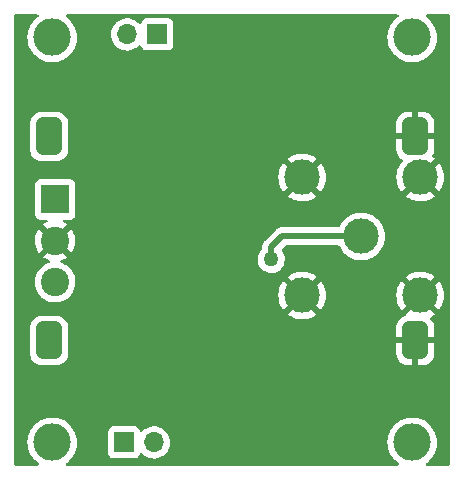
<source format=gbr>
%TF.GenerationSoftware,KiCad,Pcbnew,6.0.4-6f826c9f35~116~ubuntu18.04.1*%
%TF.CreationDate,2022-05-09T12:51:31-04:00*%
%TF.ProjectId,Instrumentation_ampl_with_batteries,496e7374-7275-46d6-956e-746174696f6e,rev?*%
%TF.SameCoordinates,Original*%
%TF.FileFunction,Copper,L2,Bot*%
%TF.FilePolarity,Positive*%
%FSLAX46Y46*%
G04 Gerber Fmt 4.6, Leading zero omitted, Abs format (unit mm)*
G04 Created by KiCad (PCBNEW 6.0.4-6f826c9f35~116~ubuntu18.04.1) date 2022-05-09 12:51:31*
%MOMM*%
%LPD*%
G01*
G04 APERTURE LIST*
G04 Aperture macros list*
%AMRoundRect*
0 Rectangle with rounded corners*
0 $1 Rounding radius*
0 $2 $3 $4 $5 $6 $7 $8 $9 X,Y pos of 4 corners*
0 Add a 4 corners polygon primitive as box body*
4,1,4,$2,$3,$4,$5,$6,$7,$8,$9,$2,$3,0*
0 Add four circle primitives for the rounded corners*
1,1,$1+$1,$2,$3*
1,1,$1+$1,$4,$5*
1,1,$1+$1,$6,$7*
1,1,$1+$1,$8,$9*
0 Add four rect primitives between the rounded corners*
20,1,$1+$1,$2,$3,$4,$5,0*
20,1,$1+$1,$4,$5,$6,$7,0*
20,1,$1+$1,$6,$7,$8,$9,0*
20,1,$1+$1,$8,$9,$2,$3,0*%
G04 Aperture macros list end*
%TA.AperFunction,ComponentPad*%
%ADD10R,2.400000X2.400000*%
%TD*%
%TA.AperFunction,ComponentPad*%
%ADD11C,2.400000*%
%TD*%
%TA.AperFunction,ComponentPad*%
%ADD12R,1.700000X1.700000*%
%TD*%
%TA.AperFunction,ComponentPad*%
%ADD13O,1.700000X1.700000*%
%TD*%
%TA.AperFunction,ComponentPad*%
%ADD14C,3.000000*%
%TD*%
%TA.AperFunction,ComponentPad*%
%ADD15RoundRect,0.550000X-0.550000X-1.050000X0.550000X-1.050000X0.550000X1.050000X-0.550000X1.050000X0*%
%TD*%
%TA.AperFunction,ComponentPad*%
%ADD16RoundRect,0.550000X0.550000X1.050000X-0.550000X1.050000X-0.550000X-1.050000X0.550000X-1.050000X0*%
%TD*%
%TA.AperFunction,ViaPad*%
%ADD17C,3.175000*%
%TD*%
%TA.AperFunction,ViaPad*%
%ADD18C,1.270000*%
%TD*%
%TA.AperFunction,Conductor*%
%ADD19C,0.508000*%
%TD*%
G04 APERTURE END LIST*
D10*
%TO.P,J3,1,Pin_1*%
%TO.N,Net-(C1-Pad1)*%
X67564000Y-107696000D03*
D11*
%TO.P,J3,2,Pin_2*%
%TO.N,GND*%
X67564000Y-111196000D03*
%TO.P,J3,3,Pin_3*%
%TO.N,Net-(J3-Pad3)*%
X67564000Y-114696000D03*
%TD*%
D12*
%TO.P,J1,1,Pin_1*%
%TO.N,+12V*%
X76200000Y-93726000D03*
D13*
%TO.P,J1,2,Pin_2*%
%TO.N,Net-(BT1-Pad1)*%
X73660000Y-93726000D03*
%TD*%
D14*
%TO.P,J4,1,In*%
%TO.N,Net-(J4-Pad1)*%
X93472000Y-110820000D03*
%TO.P,J4,2,Ext*%
%TO.N,GND*%
X98472000Y-115820000D03*
X98472000Y-105820000D03*
X88472000Y-115820000D03*
X88472000Y-105820000D03*
%TD*%
D12*
%TO.P,J2,1,Pin_1*%
%TO.N,Net-(BT2-Pad2)*%
X73401000Y-128270000D03*
D13*
%TO.P,J2,2,Pin_2*%
%TO.N,-12V*%
X75941000Y-128270000D03*
%TD*%
D15*
%TO.P,BT1,1,+*%
%TO.N,Net-(BT1-Pad1)*%
X67044000Y-102362000D03*
%TO.P,BT1,2,-*%
%TO.N,GND*%
X98044000Y-102362000D03*
%TD*%
D16*
%TO.P,BT2,2,-*%
%TO.N,Net-(BT2-Pad2)*%
X67044000Y-119634000D03*
%TO.P,BT2,1,+*%
%TO.N,GND*%
X98044000Y-119634000D03*
%TD*%
D17*
%TO.N,*%
X97790000Y-128270000D03*
X67310000Y-128270000D03*
X67310000Y-93980000D03*
X97790000Y-93980000D03*
D18*
%TO.N,GND*%
X76708000Y-105156000D03*
X65024000Y-111252000D03*
X82042000Y-104394000D03*
X81788000Y-111506000D03*
X77724000Y-116713000D03*
%TO.N,Net-(J4-Pad1)*%
X85852000Y-112776000D03*
%TD*%
D19*
%TO.N,Net-(J4-Pad1)*%
X93472000Y-110820000D02*
X86792000Y-110820000D01*
X86792000Y-110820000D02*
X85852000Y-111760000D01*
X85852000Y-111760000D02*
X85852000Y-112776000D01*
%TD*%
%TA.AperFunction,Conductor*%
%TO.N,GND*%
G36*
X66110423Y-92043502D02*
G01*
X66156916Y-92097158D01*
X66167020Y-92167432D01*
X66137526Y-92232012D01*
X66114356Y-92252834D01*
X66110989Y-92254849D01*
X65887953Y-92433535D01*
X65885009Y-92436637D01*
X65885005Y-92436641D01*
X65709002Y-92622109D01*
X65691230Y-92640837D01*
X65524462Y-92872920D01*
X65390734Y-93125488D01*
X65292521Y-93393868D01*
X65231640Y-93673094D01*
X65209217Y-93958000D01*
X65225668Y-94243312D01*
X65226493Y-94247517D01*
X65226494Y-94247525D01*
X65237648Y-94304377D01*
X65280688Y-94523752D01*
X65282075Y-94527802D01*
X65282076Y-94527807D01*
X65371871Y-94790075D01*
X65373260Y-94794131D01*
X65398966Y-94845242D01*
X65494939Y-95036062D01*
X65501669Y-95049444D01*
X65663540Y-95284968D01*
X65855878Y-95496345D01*
X65859166Y-95499094D01*
X66071831Y-95676910D01*
X66071836Y-95676914D01*
X66075123Y-95679662D01*
X66196171Y-95755596D01*
X66313579Y-95829246D01*
X66313583Y-95829248D01*
X66317219Y-95831529D01*
X66577686Y-95949134D01*
X66581805Y-95950354D01*
X66847590Y-96029084D01*
X66847595Y-96029085D01*
X66851703Y-96030302D01*
X66855937Y-96030950D01*
X66855942Y-96030951D01*
X67129959Y-96072881D01*
X67129961Y-96072881D01*
X67134201Y-96073530D01*
X67279688Y-96075816D01*
X67415662Y-96077952D01*
X67415668Y-96077952D01*
X67419953Y-96078019D01*
X67703669Y-96043685D01*
X67980101Y-95971165D01*
X67984061Y-95969525D01*
X67984066Y-95969523D01*
X68126048Y-95910712D01*
X68244133Y-95861799D01*
X68490880Y-95717612D01*
X68715775Y-95541271D01*
X68914658Y-95336041D01*
X69083847Y-95105717D01*
X69220212Y-94854563D01*
X69308576Y-94620717D01*
X69319713Y-94591244D01*
X69319714Y-94591240D01*
X69321231Y-94587226D01*
X69385032Y-94308653D01*
X69410437Y-94023998D01*
X69410898Y-93980000D01*
X69406860Y-93920767D01*
X69391752Y-93699152D01*
X69391751Y-93699146D01*
X69391460Y-93694875D01*
X69391009Y-93692695D01*
X72297251Y-93692695D01*
X72310110Y-93915715D01*
X72311247Y-93920761D01*
X72311248Y-93920767D01*
X72324597Y-93980000D01*
X72359222Y-94133639D01*
X72443266Y-94340616D01*
X72445965Y-94345020D01*
X72555492Y-94523752D01*
X72559987Y-94531088D01*
X72706250Y-94699938D01*
X72878126Y-94842632D01*
X73071000Y-94955338D01*
X73279692Y-95035030D01*
X73284760Y-95036061D01*
X73284763Y-95036062D01*
X73392017Y-95057883D01*
X73498597Y-95079567D01*
X73503772Y-95079757D01*
X73503774Y-95079757D01*
X73716673Y-95087564D01*
X73716677Y-95087564D01*
X73721837Y-95087753D01*
X73726957Y-95087097D01*
X73726959Y-95087097D01*
X73938288Y-95060025D01*
X73938289Y-95060025D01*
X73943416Y-95059368D01*
X73948366Y-95057883D01*
X74152429Y-94996661D01*
X74152434Y-94996659D01*
X74157384Y-94995174D01*
X74357994Y-94896896D01*
X74539860Y-94767173D01*
X74648091Y-94659319D01*
X74710462Y-94625404D01*
X74781268Y-94630592D01*
X74838030Y-94673238D01*
X74855012Y-94704341D01*
X74899385Y-94822705D01*
X74986739Y-94939261D01*
X75103295Y-95026615D01*
X75239684Y-95077745D01*
X75301866Y-95084500D01*
X77098134Y-95084500D01*
X77160316Y-95077745D01*
X77296705Y-95026615D01*
X77413261Y-94939261D01*
X77500615Y-94822705D01*
X77551745Y-94686316D01*
X77558500Y-94624134D01*
X77558500Y-92827866D01*
X77551745Y-92765684D01*
X77500615Y-92629295D01*
X77413261Y-92512739D01*
X77296705Y-92425385D01*
X77160316Y-92374255D01*
X77098134Y-92367500D01*
X75301866Y-92367500D01*
X75239684Y-92374255D01*
X75103295Y-92425385D01*
X74986739Y-92512739D01*
X74899385Y-92629295D01*
X74893537Y-92644894D01*
X74854919Y-92747907D01*
X74812277Y-92804671D01*
X74745716Y-92829371D01*
X74676367Y-92814163D01*
X74643743Y-92788476D01*
X74593151Y-92732875D01*
X74593142Y-92732866D01*
X74589670Y-92729051D01*
X74585619Y-92725852D01*
X74585615Y-92725848D01*
X74418414Y-92593800D01*
X74418410Y-92593798D01*
X74414359Y-92590598D01*
X74218789Y-92482638D01*
X74213920Y-92480914D01*
X74213916Y-92480912D01*
X74013087Y-92409795D01*
X74013083Y-92409794D01*
X74008212Y-92408069D01*
X74003119Y-92407162D01*
X74003116Y-92407161D01*
X73793373Y-92369800D01*
X73793367Y-92369799D01*
X73788284Y-92368894D01*
X73714452Y-92367992D01*
X73570081Y-92366228D01*
X73570079Y-92366228D01*
X73564911Y-92366165D01*
X73344091Y-92399955D01*
X73131756Y-92469357D01*
X72933607Y-92572507D01*
X72929474Y-92575610D01*
X72929471Y-92575612D01*
X72759100Y-92703530D01*
X72754965Y-92706635D01*
X72715525Y-92747907D01*
X72661280Y-92804671D01*
X72600629Y-92868138D01*
X72474743Y-93052680D01*
X72380688Y-93255305D01*
X72320989Y-93470570D01*
X72297251Y-93692695D01*
X69391009Y-93692695D01*
X69386083Y-93668908D01*
X69334375Y-93419224D01*
X69333506Y-93415027D01*
X69238109Y-93145633D01*
X69107033Y-92891678D01*
X69087863Y-92864401D01*
X68945171Y-92661372D01*
X68945170Y-92661371D01*
X68942704Y-92657862D01*
X68748164Y-92448511D01*
X68719910Y-92425385D01*
X68530329Y-92270216D01*
X68527011Y-92267500D01*
X68523351Y-92265257D01*
X68509768Y-92256933D01*
X68462136Y-92204286D01*
X68450529Y-92134244D01*
X68478632Y-92069047D01*
X68537522Y-92029392D01*
X68575602Y-92023500D01*
X96522302Y-92023500D01*
X96590423Y-92043502D01*
X96636916Y-92097158D01*
X96647020Y-92167432D01*
X96617526Y-92232012D01*
X96594356Y-92252834D01*
X96590989Y-92254849D01*
X96367953Y-92433535D01*
X96365009Y-92436637D01*
X96365005Y-92436641D01*
X96189002Y-92622109D01*
X96171230Y-92640837D01*
X96004462Y-92872920D01*
X95870734Y-93125488D01*
X95772521Y-93393868D01*
X95711640Y-93673094D01*
X95689217Y-93958000D01*
X95705668Y-94243312D01*
X95706493Y-94247517D01*
X95706494Y-94247525D01*
X95717648Y-94304377D01*
X95760688Y-94523752D01*
X95762075Y-94527802D01*
X95762076Y-94527807D01*
X95851871Y-94790075D01*
X95853260Y-94794131D01*
X95878966Y-94845242D01*
X95974939Y-95036062D01*
X95981669Y-95049444D01*
X96143540Y-95284968D01*
X96335878Y-95496345D01*
X96339166Y-95499094D01*
X96551831Y-95676910D01*
X96551836Y-95676914D01*
X96555123Y-95679662D01*
X96676171Y-95755596D01*
X96793579Y-95829246D01*
X96793583Y-95829248D01*
X96797219Y-95831529D01*
X97057686Y-95949134D01*
X97061805Y-95950354D01*
X97327590Y-96029084D01*
X97327595Y-96029085D01*
X97331703Y-96030302D01*
X97335937Y-96030950D01*
X97335942Y-96030951D01*
X97609959Y-96072881D01*
X97609961Y-96072881D01*
X97614201Y-96073530D01*
X97759688Y-96075816D01*
X97895662Y-96077952D01*
X97895668Y-96077952D01*
X97899953Y-96078019D01*
X98183669Y-96043685D01*
X98460101Y-95971165D01*
X98464061Y-95969525D01*
X98464066Y-95969523D01*
X98606048Y-95910712D01*
X98724133Y-95861799D01*
X98970880Y-95717612D01*
X99195775Y-95541271D01*
X99394658Y-95336041D01*
X99563847Y-95105717D01*
X99700212Y-94854563D01*
X99788576Y-94620717D01*
X99799713Y-94591244D01*
X99799714Y-94591240D01*
X99801231Y-94587226D01*
X99865032Y-94308653D01*
X99890437Y-94023998D01*
X99890898Y-93980000D01*
X99886860Y-93920767D01*
X99871752Y-93699152D01*
X99871751Y-93699146D01*
X99871460Y-93694875D01*
X99866083Y-93668908D01*
X99814375Y-93419224D01*
X99813506Y-93415027D01*
X99718109Y-93145633D01*
X99587033Y-92891678D01*
X99567863Y-92864401D01*
X99425171Y-92661372D01*
X99425170Y-92661371D01*
X99422704Y-92657862D01*
X99228164Y-92448511D01*
X99199910Y-92425385D01*
X99010329Y-92270216D01*
X99007011Y-92267500D01*
X99003351Y-92265257D01*
X98989768Y-92256933D01*
X98942136Y-92204286D01*
X98930529Y-92134244D01*
X98958632Y-92069047D01*
X99017522Y-92029392D01*
X99055602Y-92023500D01*
X100890500Y-92023500D01*
X100958621Y-92043502D01*
X101005114Y-92097158D01*
X101016500Y-92149500D01*
X101016500Y-130100500D01*
X100996498Y-130168621D01*
X100942842Y-130215114D01*
X100890500Y-130226500D01*
X99056618Y-130226500D01*
X98988497Y-130206498D01*
X98942004Y-130152842D01*
X98931900Y-130082568D01*
X98961394Y-130017988D01*
X98978871Y-130001346D01*
X99016373Y-129971941D01*
X99195775Y-129831271D01*
X99394658Y-129626041D01*
X99563847Y-129395717D01*
X99695366Y-129153489D01*
X99698162Y-129148339D01*
X99698163Y-129148337D01*
X99700212Y-129144563D01*
X99750722Y-129010894D01*
X99799713Y-128881244D01*
X99799714Y-128881240D01*
X99801231Y-128877226D01*
X99865032Y-128598653D01*
X99890437Y-128313998D01*
X99890898Y-128270000D01*
X99871460Y-127984875D01*
X99866083Y-127958908D01*
X99814375Y-127709224D01*
X99813506Y-127705027D01*
X99718109Y-127435633D01*
X99587033Y-127181678D01*
X99581142Y-127173295D01*
X99425171Y-126951372D01*
X99425170Y-126951371D01*
X99422704Y-126947862D01*
X99228164Y-126738511D01*
X99007011Y-126557500D01*
X98763338Y-126408177D01*
X98740351Y-126398086D01*
X98505590Y-126295033D01*
X98501654Y-126293305D01*
X98226801Y-126215012D01*
X97943866Y-126174744D01*
X97793949Y-126173959D01*
X97662371Y-126173270D01*
X97662365Y-126173270D01*
X97658084Y-126173248D01*
X97653840Y-126173807D01*
X97653836Y-126173807D01*
X97529652Y-126190156D01*
X97374742Y-126210550D01*
X97370602Y-126211683D01*
X97370600Y-126211683D01*
X97354140Y-126216186D01*
X97099085Y-126285962D01*
X96836212Y-126398086D01*
X96832531Y-126400289D01*
X96594671Y-126542645D01*
X96594667Y-126542648D01*
X96590989Y-126544849D01*
X96587646Y-126547527D01*
X96587642Y-126547530D01*
X96478786Y-126634741D01*
X96367953Y-126723535D01*
X96365009Y-126726637D01*
X96365005Y-126726641D01*
X96183979Y-126917402D01*
X96171230Y-126930837D01*
X96004462Y-127162920D01*
X95870734Y-127415488D01*
X95772521Y-127683868D01*
X95711640Y-127963094D01*
X95689217Y-128248000D01*
X95705668Y-128533312D01*
X95706493Y-128537517D01*
X95706494Y-128537525D01*
X95710525Y-128558069D01*
X95760688Y-128813752D01*
X95762075Y-128817802D01*
X95762076Y-128817807D01*
X95814895Y-128972077D01*
X95853260Y-129084131D01*
X95895509Y-129168134D01*
X95936373Y-129249382D01*
X95981669Y-129339444D01*
X96051395Y-129440896D01*
X96136847Y-129565229D01*
X96143540Y-129574968D01*
X96335878Y-129786345D01*
X96339166Y-129789094D01*
X96551831Y-129966910D01*
X96551836Y-129966914D01*
X96555123Y-129969662D01*
X96593545Y-129993764D01*
X96640621Y-130046906D01*
X96651493Y-130117066D01*
X96622709Y-130181965D01*
X96563406Y-130221000D01*
X96526587Y-130226500D01*
X68576618Y-130226500D01*
X68508497Y-130206498D01*
X68462004Y-130152842D01*
X68451900Y-130082568D01*
X68481394Y-130017988D01*
X68498871Y-130001346D01*
X68536373Y-129971941D01*
X68715775Y-129831271D01*
X68914658Y-129626041D01*
X69083847Y-129395717D01*
X69207414Y-129168134D01*
X72042500Y-129168134D01*
X72049255Y-129230316D01*
X72100385Y-129366705D01*
X72187739Y-129483261D01*
X72304295Y-129570615D01*
X72440684Y-129621745D01*
X72502866Y-129628500D01*
X74299134Y-129628500D01*
X74361316Y-129621745D01*
X74497705Y-129570615D01*
X74614261Y-129483261D01*
X74701615Y-129366705D01*
X74706346Y-129354086D01*
X74745598Y-129249382D01*
X74788240Y-129192618D01*
X74854802Y-129167918D01*
X74924150Y-129183126D01*
X74958817Y-129211114D01*
X74987250Y-129243938D01*
X75159126Y-129386632D01*
X75352000Y-129499338D01*
X75560692Y-129579030D01*
X75565760Y-129580061D01*
X75565763Y-129580062D01*
X75673017Y-129601883D01*
X75779597Y-129623567D01*
X75784772Y-129623757D01*
X75784774Y-129623757D01*
X75997673Y-129631564D01*
X75997677Y-129631564D01*
X76002837Y-129631753D01*
X76007957Y-129631097D01*
X76007959Y-129631097D01*
X76219288Y-129604025D01*
X76219289Y-129604025D01*
X76224416Y-129603368D01*
X76229366Y-129601883D01*
X76433429Y-129540661D01*
X76433434Y-129540659D01*
X76438384Y-129539174D01*
X76638994Y-129440896D01*
X76820860Y-129311173D01*
X76979096Y-129153489D01*
X77028935Y-129084131D01*
X77106435Y-128976277D01*
X77109453Y-128972077D01*
X77208430Y-128771811D01*
X77273370Y-128558069D01*
X77302529Y-128336590D01*
X77303081Y-128313998D01*
X77304074Y-128273365D01*
X77304074Y-128273361D01*
X77304156Y-128270000D01*
X77285852Y-128047361D01*
X77231431Y-127830702D01*
X77142354Y-127625840D01*
X77021014Y-127438277D01*
X76870670Y-127273051D01*
X76866619Y-127269852D01*
X76866615Y-127269848D01*
X76699414Y-127137800D01*
X76699410Y-127137798D01*
X76695359Y-127134598D01*
X76499789Y-127026638D01*
X76494920Y-127024914D01*
X76494916Y-127024912D01*
X76294087Y-126953795D01*
X76294083Y-126953794D01*
X76289212Y-126952069D01*
X76284119Y-126951162D01*
X76284116Y-126951161D01*
X76074373Y-126913800D01*
X76074367Y-126913799D01*
X76069284Y-126912894D01*
X75995452Y-126911992D01*
X75851081Y-126910228D01*
X75851079Y-126910228D01*
X75845911Y-126910165D01*
X75625091Y-126943955D01*
X75412756Y-127013357D01*
X75214607Y-127116507D01*
X75210474Y-127119610D01*
X75210471Y-127119612D01*
X75040100Y-127247530D01*
X75035965Y-127250635D01*
X74979537Y-127309684D01*
X74955283Y-127335064D01*
X74893759Y-127370494D01*
X74822846Y-127367037D01*
X74765060Y-127325791D01*
X74746207Y-127292243D01*
X74704767Y-127181703D01*
X74701615Y-127173295D01*
X74614261Y-127056739D01*
X74497705Y-126969385D01*
X74361316Y-126918255D01*
X74299134Y-126911500D01*
X72502866Y-126911500D01*
X72440684Y-126918255D01*
X72304295Y-126969385D01*
X72187739Y-127056739D01*
X72100385Y-127173295D01*
X72049255Y-127309684D01*
X72042500Y-127371866D01*
X72042500Y-129168134D01*
X69207414Y-129168134D01*
X69215366Y-129153489D01*
X69218162Y-129148339D01*
X69218163Y-129148337D01*
X69220212Y-129144563D01*
X69270722Y-129010894D01*
X69319713Y-128881244D01*
X69319714Y-128881240D01*
X69321231Y-128877226D01*
X69385032Y-128598653D01*
X69410437Y-128313998D01*
X69410898Y-128270000D01*
X69391460Y-127984875D01*
X69386083Y-127958908D01*
X69334375Y-127709224D01*
X69333506Y-127705027D01*
X69238109Y-127435633D01*
X69107033Y-127181678D01*
X69101142Y-127173295D01*
X68945171Y-126951372D01*
X68945170Y-126951371D01*
X68942704Y-126947862D01*
X68748164Y-126738511D01*
X68527011Y-126557500D01*
X68283338Y-126408177D01*
X68260351Y-126398086D01*
X68025590Y-126295033D01*
X68021654Y-126293305D01*
X67746801Y-126215012D01*
X67463866Y-126174744D01*
X67313949Y-126173959D01*
X67182371Y-126173270D01*
X67182365Y-126173270D01*
X67178084Y-126173248D01*
X67173840Y-126173807D01*
X67173836Y-126173807D01*
X67049652Y-126190156D01*
X66894742Y-126210550D01*
X66890602Y-126211683D01*
X66890600Y-126211683D01*
X66874140Y-126216186D01*
X66619085Y-126285962D01*
X66356212Y-126398086D01*
X66352531Y-126400289D01*
X66114671Y-126542645D01*
X66114667Y-126542648D01*
X66110989Y-126544849D01*
X66107646Y-126547527D01*
X66107642Y-126547530D01*
X65998786Y-126634741D01*
X65887953Y-126723535D01*
X65885009Y-126726637D01*
X65885005Y-126726641D01*
X65703979Y-126917402D01*
X65691230Y-126930837D01*
X65524462Y-127162920D01*
X65390734Y-127415488D01*
X65292521Y-127683868D01*
X65231640Y-127963094D01*
X65209217Y-128248000D01*
X65225668Y-128533312D01*
X65226493Y-128537517D01*
X65226494Y-128537525D01*
X65230525Y-128558069D01*
X65280688Y-128813752D01*
X65282075Y-128817802D01*
X65282076Y-128817807D01*
X65334895Y-128972077D01*
X65373260Y-129084131D01*
X65415509Y-129168134D01*
X65456373Y-129249382D01*
X65501669Y-129339444D01*
X65571395Y-129440896D01*
X65656847Y-129565229D01*
X65663540Y-129574968D01*
X65855878Y-129786345D01*
X65859166Y-129789094D01*
X66071831Y-129966910D01*
X66071836Y-129966914D01*
X66075123Y-129969662D01*
X66113545Y-129993764D01*
X66160621Y-130046906D01*
X66171493Y-130117066D01*
X66142709Y-130181965D01*
X66083406Y-130221000D01*
X66046587Y-130226500D01*
X64209500Y-130226500D01*
X64141379Y-130206498D01*
X64094886Y-130152842D01*
X64083500Y-130100500D01*
X64083500Y-120785110D01*
X65435500Y-120785110D01*
X65435580Y-120786681D01*
X65435580Y-120786698D01*
X65435586Y-120786816D01*
X65435823Y-120791486D01*
X65476853Y-120994973D01*
X65556626Y-121186615D01*
X65672104Y-121359113D01*
X65818887Y-121505896D01*
X65991385Y-121621374D01*
X66183027Y-121701147D01*
X66189071Y-121702366D01*
X66189072Y-121702366D01*
X66381926Y-121741252D01*
X66386514Y-121742177D01*
X66391178Y-121742413D01*
X66391184Y-121742414D01*
X66391302Y-121742420D01*
X66391319Y-121742420D01*
X66392890Y-121742500D01*
X67695110Y-121742500D01*
X67696681Y-121742420D01*
X67696698Y-121742420D01*
X67696816Y-121742414D01*
X67696822Y-121742413D01*
X67701486Y-121742177D01*
X67706074Y-121741252D01*
X67898928Y-121702366D01*
X67898929Y-121702366D01*
X67904973Y-121701147D01*
X68096615Y-121621374D01*
X68269113Y-121505896D01*
X68415896Y-121359113D01*
X68531374Y-121186615D01*
X68611147Y-120994973D01*
X68652177Y-120791486D01*
X68652414Y-120786816D01*
X68652420Y-120786698D01*
X68652420Y-120786681D01*
X68652500Y-120785110D01*
X68652500Y-120783460D01*
X96436000Y-120783460D01*
X96436081Y-120786648D01*
X96436086Y-120786766D01*
X96437248Y-120796021D01*
X96476116Y-120988787D01*
X96479702Y-121000514D01*
X96554701Y-121180687D01*
X96560499Y-121191501D01*
X96669061Y-121353669D01*
X96676854Y-121363156D01*
X96814844Y-121501146D01*
X96824331Y-121508939D01*
X96986499Y-121617501D01*
X96997313Y-121623299D01*
X97177486Y-121698298D01*
X97189213Y-121701884D01*
X97381979Y-121740752D01*
X97391234Y-121741914D01*
X97391352Y-121741919D01*
X97394540Y-121742000D01*
X97771885Y-121742000D01*
X97787124Y-121737525D01*
X97788329Y-121736135D01*
X97790000Y-121728452D01*
X97790000Y-121723885D01*
X98298000Y-121723885D01*
X98302475Y-121739124D01*
X98303865Y-121740329D01*
X98311548Y-121742000D01*
X98693460Y-121742000D01*
X98696648Y-121741919D01*
X98696766Y-121741914D01*
X98706021Y-121740752D01*
X98898787Y-121701884D01*
X98910514Y-121698298D01*
X99090687Y-121623299D01*
X99101501Y-121617501D01*
X99263669Y-121508939D01*
X99273156Y-121501146D01*
X99411146Y-121363156D01*
X99418939Y-121353669D01*
X99527501Y-121191501D01*
X99533299Y-121180687D01*
X99608298Y-121000514D01*
X99611884Y-120988787D01*
X99650752Y-120796021D01*
X99651914Y-120786766D01*
X99651919Y-120786648D01*
X99652000Y-120783460D01*
X99652000Y-119906115D01*
X99647525Y-119890876D01*
X99646135Y-119889671D01*
X99638452Y-119888000D01*
X98316115Y-119888000D01*
X98300876Y-119892475D01*
X98299671Y-119893865D01*
X98298000Y-119901548D01*
X98298000Y-121723885D01*
X97790000Y-121723885D01*
X97790000Y-119906115D01*
X97785525Y-119890876D01*
X97784135Y-119889671D01*
X97776452Y-119888000D01*
X96454115Y-119888000D01*
X96438876Y-119892475D01*
X96437671Y-119893865D01*
X96436000Y-119901548D01*
X96436000Y-120783460D01*
X68652500Y-120783460D01*
X68652500Y-119361885D01*
X96436000Y-119361885D01*
X96440475Y-119377124D01*
X96441865Y-119378329D01*
X96449548Y-119380000D01*
X99633885Y-119380000D01*
X99649124Y-119375525D01*
X99650329Y-119374135D01*
X99652000Y-119366452D01*
X99652000Y-118484540D01*
X99651919Y-118481352D01*
X99651914Y-118481234D01*
X99650752Y-118471979D01*
X99611884Y-118279213D01*
X99608298Y-118267486D01*
X99533299Y-118087313D01*
X99527501Y-118076499D01*
X99418939Y-117914331D01*
X99411146Y-117904844D01*
X99331758Y-117825456D01*
X99297732Y-117763144D01*
X99302797Y-117692329D01*
X99345344Y-117635493D01*
X99364832Y-117623500D01*
X99370613Y-117620631D01*
X99599598Y-117486822D01*
X99606679Y-117482009D01*
X99686655Y-117419301D01*
X99695125Y-117407442D01*
X99688608Y-117395818D01*
X98484812Y-116192022D01*
X98470868Y-116184408D01*
X98469035Y-116184539D01*
X98462420Y-116188790D01*
X97254910Y-117396300D01*
X97247296Y-117410244D01*
X97249721Y-117444155D01*
X97249422Y-117444176D01*
X97251187Y-117449327D01*
X97234239Y-117518271D01*
X97182707Y-117567107D01*
X97173734Y-117571263D01*
X96997313Y-117644701D01*
X96986499Y-117650499D01*
X96824331Y-117759061D01*
X96814844Y-117766854D01*
X96676854Y-117904844D01*
X96669061Y-117914331D01*
X96560499Y-118076499D01*
X96554701Y-118087313D01*
X96479702Y-118267486D01*
X96476116Y-118279213D01*
X96437248Y-118471979D01*
X96436086Y-118481234D01*
X96436081Y-118481352D01*
X96436000Y-118484540D01*
X96436000Y-119361885D01*
X68652500Y-119361885D01*
X68652500Y-118482890D01*
X68652417Y-118481234D01*
X68652414Y-118481184D01*
X68652413Y-118481178D01*
X68652177Y-118476514D01*
X68611147Y-118273027D01*
X68531374Y-118081385D01*
X68415896Y-117908887D01*
X68269113Y-117762104D01*
X68096615Y-117646626D01*
X67904973Y-117566853D01*
X67898929Y-117565634D01*
X67898928Y-117565634D01*
X67706074Y-117526748D01*
X67706073Y-117526748D01*
X67701486Y-117525823D01*
X67696822Y-117525587D01*
X67696816Y-117525586D01*
X67696698Y-117525580D01*
X67696681Y-117525580D01*
X67695110Y-117525500D01*
X66392890Y-117525500D01*
X66391319Y-117525580D01*
X66391302Y-117525580D01*
X66391184Y-117525586D01*
X66391178Y-117525587D01*
X66386514Y-117525823D01*
X66381927Y-117526748D01*
X66381926Y-117526748D01*
X66189072Y-117565634D01*
X66189071Y-117565634D01*
X66183027Y-117566853D01*
X65991385Y-117646626D01*
X65818887Y-117762104D01*
X65672104Y-117908887D01*
X65556626Y-118081385D01*
X65476853Y-118273027D01*
X65435823Y-118476514D01*
X65435587Y-118481178D01*
X65435586Y-118481184D01*
X65435584Y-118481234D01*
X65435500Y-118482890D01*
X65435500Y-120785110D01*
X64083500Y-120785110D01*
X64083500Y-117409654D01*
X87247618Y-117409654D01*
X87254673Y-117419627D01*
X87285679Y-117445551D01*
X87292598Y-117450579D01*
X87517272Y-117591515D01*
X87524807Y-117595556D01*
X87766520Y-117704694D01*
X87774551Y-117707680D01*
X88028832Y-117783002D01*
X88037184Y-117784869D01*
X88299340Y-117824984D01*
X88307874Y-117825700D01*
X88573045Y-117829867D01*
X88581596Y-117829418D01*
X88844883Y-117797557D01*
X88853284Y-117795955D01*
X89109824Y-117728653D01*
X89117926Y-117725926D01*
X89362949Y-117624434D01*
X89370617Y-117620628D01*
X89599598Y-117486822D01*
X89606679Y-117482009D01*
X89686655Y-117419301D01*
X89695125Y-117407442D01*
X89688608Y-117395818D01*
X88484812Y-116192022D01*
X88470868Y-116184408D01*
X88469035Y-116184539D01*
X88462420Y-116188790D01*
X87254910Y-117396300D01*
X87247618Y-117409654D01*
X64083500Y-117409654D01*
X64083500Y-114651151D01*
X65851296Y-114651151D01*
X65863480Y-114904798D01*
X65913021Y-115153857D01*
X65914600Y-115158255D01*
X65914602Y-115158262D01*
X65959022Y-115281980D01*
X65998831Y-115392858D01*
X66001048Y-115396984D01*
X66030185Y-115451210D01*
X66119025Y-115616551D01*
X66121820Y-115620294D01*
X66121822Y-115620297D01*
X66268171Y-115816282D01*
X66268176Y-115816288D01*
X66270963Y-115820020D01*
X66274272Y-115823300D01*
X66274277Y-115823306D01*
X66372859Y-115921031D01*
X66451307Y-115998797D01*
X66455069Y-116001555D01*
X66455072Y-116001558D01*
X66560764Y-116079054D01*
X66656094Y-116148953D01*
X66660229Y-116151129D01*
X66660233Y-116151131D01*
X66778289Y-116213243D01*
X66880827Y-116267191D01*
X67120568Y-116350912D01*
X67370050Y-116398278D01*
X67490532Y-116403011D01*
X67619125Y-116408064D01*
X67619130Y-116408064D01*
X67623793Y-116408247D01*
X67722774Y-116397407D01*
X67871569Y-116381112D01*
X67871575Y-116381111D01*
X67876222Y-116380602D01*
X67985680Y-116351784D01*
X68117273Y-116317138D01*
X68121793Y-116315948D01*
X68240353Y-116265011D01*
X68350807Y-116217557D01*
X68350810Y-116217555D01*
X68355110Y-116215708D01*
X68359090Y-116213245D01*
X68359094Y-116213243D01*
X68567064Y-116084547D01*
X68567066Y-116084545D01*
X68571047Y-116082082D01*
X68669428Y-115998797D01*
X68761289Y-115921031D01*
X68761291Y-115921029D01*
X68764862Y-115918006D01*
X68865540Y-115803204D01*
X86459665Y-115803204D01*
X86474932Y-116067969D01*
X86476005Y-116076470D01*
X86527065Y-116336722D01*
X86529276Y-116344974D01*
X86615184Y-116595894D01*
X86618499Y-116603779D01*
X86737664Y-116840713D01*
X86742020Y-116848079D01*
X86871347Y-117036250D01*
X86881601Y-117044594D01*
X86895342Y-117037448D01*
X88099978Y-115832812D01*
X88106356Y-115821132D01*
X88836408Y-115821132D01*
X88836539Y-115822965D01*
X88840790Y-115829580D01*
X90047730Y-117036520D01*
X90059939Y-117043187D01*
X90071439Y-117034497D01*
X90168831Y-116901913D01*
X90173418Y-116894685D01*
X90299962Y-116661621D01*
X90303530Y-116653827D01*
X90397271Y-116405750D01*
X90399748Y-116397544D01*
X90458954Y-116139038D01*
X90460294Y-116130577D01*
X90484031Y-115864616D01*
X90484277Y-115859677D01*
X90484666Y-115822485D01*
X90484523Y-115817519D01*
X90483547Y-115803204D01*
X96459665Y-115803204D01*
X96474932Y-116067969D01*
X96476005Y-116076470D01*
X96527065Y-116336722D01*
X96529276Y-116344974D01*
X96615184Y-116595894D01*
X96618499Y-116603779D01*
X96737664Y-116840713D01*
X96742020Y-116848079D01*
X96871347Y-117036250D01*
X96881601Y-117044594D01*
X96895342Y-117037448D01*
X98099978Y-115832812D01*
X98106356Y-115821132D01*
X98836408Y-115821132D01*
X98836539Y-115822965D01*
X98840790Y-115829580D01*
X100047730Y-117036520D01*
X100059939Y-117043187D01*
X100071439Y-117034497D01*
X100168831Y-116901913D01*
X100173418Y-116894685D01*
X100299962Y-116661621D01*
X100303530Y-116653827D01*
X100397271Y-116405750D01*
X100399748Y-116397544D01*
X100458954Y-116139038D01*
X100460294Y-116130577D01*
X100484031Y-115864616D01*
X100484277Y-115859677D01*
X100484666Y-115822485D01*
X100484523Y-115817519D01*
X100466362Y-115551123D01*
X100465201Y-115542649D01*
X100411419Y-115282944D01*
X100409120Y-115274709D01*
X100320588Y-115024705D01*
X100317191Y-115016854D01*
X100195550Y-114781178D01*
X100191122Y-114773866D01*
X100072031Y-114604417D01*
X100061509Y-114596037D01*
X100048121Y-114603089D01*
X98844022Y-115807188D01*
X98836408Y-115821132D01*
X98106356Y-115821132D01*
X98107592Y-115818868D01*
X98107461Y-115817035D01*
X98103210Y-115810420D01*
X96895814Y-114603024D01*
X96883804Y-114596466D01*
X96872064Y-114605434D01*
X96763935Y-114755911D01*
X96759418Y-114763196D01*
X96635325Y-114997567D01*
X96631839Y-115005395D01*
X96540700Y-115254446D01*
X96538311Y-115262670D01*
X96481812Y-115521795D01*
X96480563Y-115530250D01*
X96459754Y-115794653D01*
X96459665Y-115803204D01*
X90483547Y-115803204D01*
X90466362Y-115551123D01*
X90465201Y-115542649D01*
X90411419Y-115282944D01*
X90409120Y-115274709D01*
X90320588Y-115024705D01*
X90317191Y-115016854D01*
X90195550Y-114781178D01*
X90191122Y-114773866D01*
X90072031Y-114604417D01*
X90061509Y-114596037D01*
X90048121Y-114603089D01*
X88844022Y-115807188D01*
X88836408Y-115821132D01*
X88106356Y-115821132D01*
X88107592Y-115818868D01*
X88107461Y-115817035D01*
X88103210Y-115810420D01*
X86895814Y-114603024D01*
X86883804Y-114596466D01*
X86872064Y-114605434D01*
X86763935Y-114755911D01*
X86759418Y-114763196D01*
X86635325Y-114997567D01*
X86631839Y-115005395D01*
X86540700Y-115254446D01*
X86538311Y-115262670D01*
X86481812Y-115521795D01*
X86480563Y-115530250D01*
X86459754Y-115794653D01*
X86459665Y-115803204D01*
X68865540Y-115803204D01*
X68932295Y-115727084D01*
X69069669Y-115513512D01*
X69173967Y-115281980D01*
X69242896Y-115037575D01*
X69274943Y-114785667D01*
X69275532Y-114763196D01*
X69277208Y-114699160D01*
X69277291Y-114696000D01*
X69269894Y-114596466D01*
X69258818Y-114447411D01*
X69258817Y-114447407D01*
X69258472Y-114442759D01*
X69210895Y-114232500D01*
X87248584Y-114232500D01*
X87254980Y-114243770D01*
X88459188Y-115447978D01*
X88473132Y-115455592D01*
X88474965Y-115455461D01*
X88481580Y-115451210D01*
X89688604Y-114244186D01*
X89694985Y-114232500D01*
X97248584Y-114232500D01*
X97254980Y-114243770D01*
X98459188Y-115447978D01*
X98473132Y-115455592D01*
X98474965Y-115455461D01*
X98481580Y-115451210D01*
X99688604Y-114244186D01*
X99695795Y-114231017D01*
X99688473Y-114220780D01*
X99641233Y-114182115D01*
X99634261Y-114177160D01*
X99408122Y-114038582D01*
X99400552Y-114034624D01*
X99157704Y-113928022D01*
X99149644Y-113925120D01*
X98894592Y-113852467D01*
X98886214Y-113850685D01*
X98623656Y-113813318D01*
X98615111Y-113812691D01*
X98349908Y-113811302D01*
X98341374Y-113811839D01*
X98078433Y-113846456D01*
X98070035Y-113848149D01*
X97814238Y-113918127D01*
X97806143Y-113920946D01*
X97562199Y-114024997D01*
X97554577Y-114028881D01*
X97327013Y-114165075D01*
X97319981Y-114169962D01*
X97257053Y-114220377D01*
X97248584Y-114232500D01*
X89694985Y-114232500D01*
X89695795Y-114231017D01*
X89688473Y-114220780D01*
X89641233Y-114182115D01*
X89634261Y-114177160D01*
X89408122Y-114038582D01*
X89400552Y-114034624D01*
X89157704Y-113928022D01*
X89149644Y-113925120D01*
X88894592Y-113852467D01*
X88886214Y-113850685D01*
X88623656Y-113813318D01*
X88615111Y-113812691D01*
X88349908Y-113811302D01*
X88341374Y-113811839D01*
X88078433Y-113846456D01*
X88070035Y-113848149D01*
X87814238Y-113918127D01*
X87806143Y-113920946D01*
X87562199Y-114024997D01*
X87554577Y-114028881D01*
X87327013Y-114165075D01*
X87319981Y-114169962D01*
X87257053Y-114220377D01*
X87248584Y-114232500D01*
X69210895Y-114232500D01*
X69202428Y-114195082D01*
X69200735Y-114190728D01*
X69112084Y-113962762D01*
X69112083Y-113962760D01*
X69110391Y-113958409D01*
X69108073Y-113954353D01*
X68986702Y-113741997D01*
X68986700Y-113741995D01*
X68984383Y-113737940D01*
X68827171Y-113538517D01*
X68642209Y-113364523D01*
X68474442Y-113248139D01*
X68437393Y-113222437D01*
X68437390Y-113222435D01*
X68433561Y-113219779D01*
X68429384Y-113217719D01*
X68429377Y-113217715D01*
X68209996Y-113109528D01*
X68209992Y-113109527D01*
X68205810Y-113107464D01*
X68079148Y-113066919D01*
X68079014Y-113066876D01*
X68020234Y-113027058D01*
X67992312Y-112961783D01*
X68004113Y-112891774D01*
X68051891Y-112839259D01*
X68085349Y-112825026D01*
X68117101Y-112816667D01*
X68125926Y-112813628D01*
X68283478Y-112745938D01*
X84703995Y-112745938D01*
X84717740Y-112955649D01*
X84769471Y-113159343D01*
X84771890Y-113164590D01*
X84855038Y-113344953D01*
X84855041Y-113344958D01*
X84857457Y-113350199D01*
X84860788Y-113354912D01*
X84860789Y-113354914D01*
X84967460Y-113505848D01*
X84978751Y-113521825D01*
X85129289Y-113668474D01*
X85134085Y-113671679D01*
X85134088Y-113671681D01*
X85233252Y-113737940D01*
X85304031Y-113785233D01*
X85309339Y-113787514D01*
X85309340Y-113787514D01*
X85491822Y-113865914D01*
X85491825Y-113865915D01*
X85497125Y-113868192D01*
X85502754Y-113869466D01*
X85502755Y-113869466D01*
X85696467Y-113913299D01*
X85696473Y-113913300D01*
X85702104Y-113914574D01*
X85707875Y-113914801D01*
X85707877Y-113914801D01*
X85771433Y-113917298D01*
X85912103Y-113922825D01*
X86120088Y-113892669D01*
X86125552Y-113890814D01*
X86125557Y-113890813D01*
X86313624Y-113826973D01*
X86313629Y-113826971D01*
X86319096Y-113825115D01*
X86502460Y-113722426D01*
X86664041Y-113588041D01*
X86798426Y-113426460D01*
X86901115Y-113243096D01*
X86902971Y-113237629D01*
X86902973Y-113237624D01*
X86966813Y-113049557D01*
X86966814Y-113049552D01*
X86968669Y-113044088D01*
X86998825Y-112836103D01*
X87000399Y-112776000D01*
X86981169Y-112566721D01*
X86924123Y-112364451D01*
X86831171Y-112175963D01*
X86827715Y-112171335D01*
X86827712Y-112171330D01*
X86760986Y-112081972D01*
X86736254Y-112015423D01*
X86751429Y-111946067D01*
X86772849Y-111917489D01*
X87070933Y-111619405D01*
X87133245Y-111585379D01*
X87160028Y-111582500D01*
X91529570Y-111582500D01*
X91597691Y-111602502D01*
X91642135Y-111651886D01*
X91737233Y-111840968D01*
X91739160Y-111844799D01*
X91741586Y-111848328D01*
X91741589Y-111848334D01*
X91851031Y-112007571D01*
X91894274Y-112070490D01*
X91897161Y-112073663D01*
X91897162Y-112073664D01*
X91935665Y-112115978D01*
X92078582Y-112273043D01*
X92081877Y-112275798D01*
X92081878Y-112275799D01*
X92154508Y-112336527D01*
X92288675Y-112448707D01*
X92292316Y-112450991D01*
X92517024Y-112591951D01*
X92517028Y-112591953D01*
X92520664Y-112594234D01*
X92588544Y-112624883D01*
X92766345Y-112705164D01*
X92766349Y-112705166D01*
X92770257Y-112706930D01*
X92774377Y-112708150D01*
X92774376Y-112708150D01*
X93028723Y-112783491D01*
X93028727Y-112783492D01*
X93032836Y-112784709D01*
X93037070Y-112785357D01*
X93037075Y-112785358D01*
X93299298Y-112825483D01*
X93299300Y-112825483D01*
X93303540Y-112826132D01*
X93442912Y-112828322D01*
X93573071Y-112830367D01*
X93573077Y-112830367D01*
X93577362Y-112830434D01*
X93849235Y-112797534D01*
X94114127Y-112728041D01*
X94118087Y-112726401D01*
X94118092Y-112726399D01*
X94312770Y-112645760D01*
X94367136Y-112623241D01*
X94603582Y-112485073D01*
X94819089Y-112316094D01*
X94860809Y-112273043D01*
X95006686Y-112122509D01*
X95009669Y-112119431D01*
X95012202Y-112115983D01*
X95012206Y-112115978D01*
X95169257Y-111902178D01*
X95171795Y-111898723D01*
X95173841Y-111894955D01*
X95300418Y-111661830D01*
X95300419Y-111661828D01*
X95302468Y-111658054D01*
X95367526Y-111485883D01*
X95397751Y-111405895D01*
X95397752Y-111405891D01*
X95399269Y-111401877D01*
X95460407Y-111134933D01*
X95484751Y-110862161D01*
X95485072Y-110831592D01*
X95485167Y-110822484D01*
X95485167Y-110822483D01*
X95485193Y-110820000D01*
X95476998Y-110699786D01*
X95466859Y-110551055D01*
X95466858Y-110551049D01*
X95466567Y-110546778D01*
X95411032Y-110278612D01*
X95319617Y-110020465D01*
X95217497Y-109822612D01*
X95195978Y-109780919D01*
X95195978Y-109780918D01*
X95194013Y-109777112D01*
X95184040Y-109762921D01*
X95039008Y-109556562D01*
X95036545Y-109553057D01*
X94949381Y-109459257D01*
X94853046Y-109355588D01*
X94853043Y-109355585D01*
X94850125Y-109352445D01*
X94846810Y-109349731D01*
X94846806Y-109349728D01*
X94641523Y-109181706D01*
X94638205Y-109178990D01*
X94404704Y-109035901D01*
X94400768Y-109034173D01*
X94157873Y-108927549D01*
X94157869Y-108927548D01*
X94153945Y-108925825D01*
X93890566Y-108850800D01*
X93886324Y-108850196D01*
X93886318Y-108850195D01*
X93685834Y-108821662D01*
X93619443Y-108812213D01*
X93475589Y-108811460D01*
X93349877Y-108810802D01*
X93349871Y-108810802D01*
X93345591Y-108810780D01*
X93341347Y-108811339D01*
X93341343Y-108811339D01*
X93222302Y-108827011D01*
X93074078Y-108846525D01*
X93069938Y-108847658D01*
X93069936Y-108847658D01*
X92997008Y-108867609D01*
X92809928Y-108918788D01*
X92805980Y-108920472D01*
X92561982Y-109024546D01*
X92561978Y-109024548D01*
X92558030Y-109026232D01*
X92538125Y-109038145D01*
X92326725Y-109164664D01*
X92326721Y-109164667D01*
X92323043Y-109166868D01*
X92109318Y-109338094D01*
X91920808Y-109536742D01*
X91761002Y-109759136D01*
X91758998Y-109762921D01*
X91638523Y-109990459D01*
X91588970Y-110041302D01*
X91527168Y-110057500D01*
X86859376Y-110057500D01*
X86840426Y-110056067D01*
X86826027Y-110053876D01*
X86826021Y-110053876D01*
X86818792Y-110052776D01*
X86811500Y-110053369D01*
X86811497Y-110053369D01*
X86765817Y-110057085D01*
X86755602Y-110057500D01*
X86747475Y-110057500D01*
X86743839Y-110057924D01*
X86743837Y-110057924D01*
X86740385Y-110058327D01*
X86719076Y-110060811D01*
X86714756Y-110061238D01*
X86641574Y-110067191D01*
X86634612Y-110069447D01*
X86628624Y-110070643D01*
X86622667Y-110072051D01*
X86615393Y-110072899D01*
X86608511Y-110075397D01*
X86608507Y-110075398D01*
X86546393Y-110097945D01*
X86542289Y-110099355D01*
X86472425Y-110121987D01*
X86466162Y-110125787D01*
X86460620Y-110128325D01*
X86455144Y-110131067D01*
X86448259Y-110133566D01*
X86442135Y-110137581D01*
X86386868Y-110173815D01*
X86383200Y-110176130D01*
X86320419Y-110214227D01*
X86316214Y-110217941D01*
X86316211Y-110217943D01*
X86311995Y-110221667D01*
X86311969Y-110221638D01*
X86309038Y-110224238D01*
X86305684Y-110227042D01*
X86299565Y-110231054D01*
X86294533Y-110236366D01*
X86246012Y-110287586D01*
X86243634Y-110290028D01*
X85360472Y-111173190D01*
X85346059Y-111185577D01*
X85328436Y-111198546D01*
X85323692Y-111204129D01*
X85323693Y-111204129D01*
X85294021Y-111239055D01*
X85287091Y-111246571D01*
X85281347Y-111252315D01*
X85279073Y-111255189D01*
X85279067Y-111255196D01*
X85263628Y-111274711D01*
X85260837Y-111278115D01*
X85218055Y-111328472D01*
X85218052Y-111328476D01*
X85213316Y-111334051D01*
X85209988Y-111340568D01*
X85206611Y-111345632D01*
X85203384Y-111350856D01*
X85198840Y-111356600D01*
X85195741Y-111363231D01*
X85167768Y-111423082D01*
X85165837Y-111427033D01*
X85132457Y-111492404D01*
X85130716Y-111499519D01*
X85128579Y-111505265D01*
X85126655Y-111511048D01*
X85123556Y-111517679D01*
X85122066Y-111524843D01*
X85108608Y-111589547D01*
X85107639Y-111593829D01*
X85090196Y-111665112D01*
X85089500Y-111676330D01*
X85089461Y-111676328D01*
X85089228Y-111680229D01*
X85088839Y-111684588D01*
X85087348Y-111691756D01*
X85087546Y-111699073D01*
X85089454Y-111769577D01*
X85089500Y-111772986D01*
X85089500Y-111866561D01*
X85069498Y-111934682D01*
X85046577Y-111961293D01*
X85018981Y-111985494D01*
X84888872Y-112150537D01*
X84886181Y-112155653D01*
X84886179Y-112155655D01*
X84793710Y-112331410D01*
X84791018Y-112336527D01*
X84728696Y-112537234D01*
X84728017Y-112542969D01*
X84728017Y-112542970D01*
X84723145Y-112584135D01*
X84703995Y-112745938D01*
X68283478Y-112745938D01*
X68350584Y-112717107D01*
X68358856Y-112712800D01*
X68566777Y-112584135D01*
X68568620Y-112582796D01*
X68576038Y-112571541D01*
X68569974Y-112561184D01*
X67576812Y-111568022D01*
X67562868Y-111560408D01*
X67561035Y-111560539D01*
X67554420Y-111564790D01*
X66562044Y-112557166D01*
X66555386Y-112569359D01*
X66564099Y-112580879D01*
X66652586Y-112645760D01*
X66660505Y-112650708D01*
X66876877Y-112764547D01*
X66885451Y-112768275D01*
X67053608Y-112826998D01*
X67111326Y-112868340D01*
X67137529Y-112934324D01*
X67123900Y-113004000D01*
X67074764Y-113055247D01*
X67047324Y-113066919D01*
X66963993Y-113091208D01*
X66733380Y-113197522D01*
X66729471Y-113200085D01*
X66524928Y-113334189D01*
X66524923Y-113334193D01*
X66521015Y-113336755D01*
X66331562Y-113505848D01*
X66169183Y-113701087D01*
X66037447Y-113918182D01*
X65939246Y-114152365D01*
X65876738Y-114398490D01*
X65851296Y-114651151D01*
X64083500Y-114651151D01*
X64083500Y-111155835D01*
X65852022Y-111155835D01*
X65863754Y-111400064D01*
X65864891Y-111409324D01*
X65912593Y-111649143D01*
X65915082Y-111658118D01*
X65997708Y-111888250D01*
X66001505Y-111896778D01*
X66117234Y-112112160D01*
X66122245Y-112120027D01*
X66179173Y-112196263D01*
X66190431Y-112204712D01*
X66202850Y-112197940D01*
X67191978Y-111208812D01*
X67198356Y-111197132D01*
X67928408Y-111197132D01*
X67928539Y-111198965D01*
X67932790Y-111205580D01*
X68927732Y-112200522D01*
X68940112Y-112207282D01*
X68948453Y-112201038D01*
X69066700Y-112017202D01*
X69071147Y-112009011D01*
X69171572Y-111786076D01*
X69174767Y-111777298D01*
X69241135Y-111541973D01*
X69242993Y-111532844D01*
X69274044Y-111288770D01*
X69274525Y-111282483D01*
X69276706Y-111199160D01*
X69276555Y-111192851D01*
X69258321Y-110947486D01*
X69256944Y-110938280D01*
X69202979Y-110699786D01*
X69200255Y-110690875D01*
X69111633Y-110462983D01*
X69107619Y-110454567D01*
X68986284Y-110242276D01*
X68981074Y-110234553D01*
X68949787Y-110194865D01*
X68937863Y-110186395D01*
X68926328Y-110192882D01*
X67936022Y-111183188D01*
X67928408Y-111197132D01*
X67198356Y-111197132D01*
X67199592Y-111194868D01*
X67199461Y-111193035D01*
X67195210Y-111186420D01*
X66200828Y-110192038D01*
X66187520Y-110184771D01*
X66177481Y-110191893D01*
X66172581Y-110197784D01*
X66167168Y-110205373D01*
X66040322Y-110414409D01*
X66036084Y-110422726D01*
X65941529Y-110648214D01*
X65938572Y-110657052D01*
X65878384Y-110894042D01*
X65876763Y-110903232D01*
X65852267Y-111146510D01*
X65852022Y-111155835D01*
X64083500Y-111155835D01*
X64083500Y-108944134D01*
X65855500Y-108944134D01*
X65862255Y-109006316D01*
X65913385Y-109142705D01*
X66000739Y-109259261D01*
X66117295Y-109346615D01*
X66253684Y-109397745D01*
X66315866Y-109404500D01*
X66795914Y-109404500D01*
X66864035Y-109424502D01*
X66910528Y-109478158D01*
X66920632Y-109548432D01*
X66891138Y-109613012D01*
X66848665Y-109644926D01*
X66737869Y-109696004D01*
X66729714Y-109700524D01*
X66562468Y-109810175D01*
X66553330Y-109820917D01*
X66557903Y-109830693D01*
X67551188Y-110823978D01*
X67565132Y-110831592D01*
X67566965Y-110831461D01*
X67573580Y-110827210D01*
X68566488Y-109834302D01*
X68572872Y-109822612D01*
X68563460Y-109810502D01*
X68437144Y-109722873D01*
X68429116Y-109718145D01*
X68277763Y-109643506D01*
X68225514Y-109595438D01*
X68207547Y-109526752D01*
X68229566Y-109459257D01*
X68284581Y-109414380D01*
X68333491Y-109404500D01*
X68812134Y-109404500D01*
X68874316Y-109397745D01*
X69010705Y-109346615D01*
X69127261Y-109259261D01*
X69214615Y-109142705D01*
X69265745Y-109006316D01*
X69272500Y-108944134D01*
X69272500Y-107409654D01*
X87247618Y-107409654D01*
X87254673Y-107419627D01*
X87285679Y-107445551D01*
X87292598Y-107450579D01*
X87517272Y-107591515D01*
X87524807Y-107595556D01*
X87766520Y-107704694D01*
X87774551Y-107707680D01*
X88028832Y-107783002D01*
X88037184Y-107784869D01*
X88299340Y-107824984D01*
X88307874Y-107825700D01*
X88573045Y-107829867D01*
X88581596Y-107829418D01*
X88844883Y-107797557D01*
X88853284Y-107795955D01*
X89109824Y-107728653D01*
X89117926Y-107725926D01*
X89362949Y-107624434D01*
X89370617Y-107620628D01*
X89599598Y-107486822D01*
X89606679Y-107482009D01*
X89686655Y-107419301D01*
X89693545Y-107409654D01*
X97247618Y-107409654D01*
X97254673Y-107419627D01*
X97285679Y-107445551D01*
X97292598Y-107450579D01*
X97517272Y-107591515D01*
X97524807Y-107595556D01*
X97766520Y-107704694D01*
X97774551Y-107707680D01*
X98028832Y-107783002D01*
X98037184Y-107784869D01*
X98299340Y-107824984D01*
X98307874Y-107825700D01*
X98573045Y-107829867D01*
X98581596Y-107829418D01*
X98844883Y-107797557D01*
X98853284Y-107795955D01*
X99109824Y-107728653D01*
X99117926Y-107725926D01*
X99362949Y-107624434D01*
X99370617Y-107620628D01*
X99599598Y-107486822D01*
X99606679Y-107482009D01*
X99686655Y-107419301D01*
X99695125Y-107407442D01*
X99688608Y-107395818D01*
X98484812Y-106192022D01*
X98470868Y-106184408D01*
X98469035Y-106184539D01*
X98462420Y-106188790D01*
X97254910Y-107396300D01*
X97247618Y-107409654D01*
X89693545Y-107409654D01*
X89695125Y-107407442D01*
X89688608Y-107395818D01*
X88484812Y-106192022D01*
X88470868Y-106184408D01*
X88469035Y-106184539D01*
X88462420Y-106188790D01*
X87254910Y-107396300D01*
X87247618Y-107409654D01*
X69272500Y-107409654D01*
X69272500Y-106447866D01*
X69265745Y-106385684D01*
X69214615Y-106249295D01*
X69127261Y-106132739D01*
X69010705Y-106045385D01*
X68874316Y-105994255D01*
X68812134Y-105987500D01*
X66315866Y-105987500D01*
X66253684Y-105994255D01*
X66117295Y-106045385D01*
X66000739Y-106132739D01*
X65913385Y-106249295D01*
X65862255Y-106385684D01*
X65855500Y-106447866D01*
X65855500Y-108944134D01*
X64083500Y-108944134D01*
X64083500Y-105803204D01*
X86459665Y-105803204D01*
X86474932Y-106067969D01*
X86476005Y-106076470D01*
X86527065Y-106336722D01*
X86529276Y-106344974D01*
X86615184Y-106595894D01*
X86618499Y-106603779D01*
X86737664Y-106840713D01*
X86742020Y-106848079D01*
X86871347Y-107036250D01*
X86881601Y-107044594D01*
X86895342Y-107037448D01*
X88099978Y-105832812D01*
X88106356Y-105821132D01*
X88836408Y-105821132D01*
X88836539Y-105822965D01*
X88840790Y-105829580D01*
X90047730Y-107036520D01*
X90059939Y-107043187D01*
X90071439Y-107034497D01*
X90168831Y-106901913D01*
X90173418Y-106894685D01*
X90299962Y-106661621D01*
X90303530Y-106653827D01*
X90397271Y-106405750D01*
X90399748Y-106397544D01*
X90458954Y-106139038D01*
X90460294Y-106130577D01*
X90484031Y-105864616D01*
X90484277Y-105859677D01*
X90484666Y-105822485D01*
X90484523Y-105817519D01*
X90466362Y-105551123D01*
X90465201Y-105542649D01*
X90411419Y-105282944D01*
X90409120Y-105274709D01*
X90320588Y-105024705D01*
X90317191Y-105016854D01*
X90195550Y-104781178D01*
X90191122Y-104773866D01*
X90072031Y-104604417D01*
X90061509Y-104596037D01*
X90048121Y-104603089D01*
X88844022Y-105807188D01*
X88836408Y-105821132D01*
X88106356Y-105821132D01*
X88107592Y-105818868D01*
X88107461Y-105817035D01*
X88103210Y-105810420D01*
X86895814Y-104603024D01*
X86883804Y-104596466D01*
X86872064Y-104605434D01*
X86763935Y-104755911D01*
X86759418Y-104763196D01*
X86635325Y-104997567D01*
X86631839Y-105005395D01*
X86540700Y-105254446D01*
X86538311Y-105262670D01*
X86481812Y-105521795D01*
X86480563Y-105530250D01*
X86459754Y-105794653D01*
X86459665Y-105803204D01*
X64083500Y-105803204D01*
X64083500Y-103513110D01*
X65435500Y-103513110D01*
X65435580Y-103514681D01*
X65435580Y-103514698D01*
X65435586Y-103514816D01*
X65435823Y-103519486D01*
X65476853Y-103722973D01*
X65556626Y-103914615D01*
X65672104Y-104087113D01*
X65818887Y-104233896D01*
X65991385Y-104349374D01*
X66183027Y-104429147D01*
X66189071Y-104430366D01*
X66189072Y-104430366D01*
X66212352Y-104435060D01*
X66386514Y-104470177D01*
X66391178Y-104470413D01*
X66391184Y-104470414D01*
X66391302Y-104470420D01*
X66391319Y-104470420D01*
X66392890Y-104470500D01*
X67695110Y-104470500D01*
X67696681Y-104470420D01*
X67696698Y-104470420D01*
X67696816Y-104470414D01*
X67696822Y-104470413D01*
X67701486Y-104470177D01*
X67875648Y-104435060D01*
X67898928Y-104430366D01*
X67898929Y-104430366D01*
X67904973Y-104429147D01*
X68096615Y-104349374D01*
X68269113Y-104233896D01*
X68270509Y-104232500D01*
X87248584Y-104232500D01*
X87254980Y-104243770D01*
X88459188Y-105447978D01*
X88473132Y-105455592D01*
X88474965Y-105455461D01*
X88481580Y-105451210D01*
X89688604Y-104244186D01*
X89695795Y-104231017D01*
X89688473Y-104220780D01*
X89641233Y-104182115D01*
X89634261Y-104177160D01*
X89408122Y-104038582D01*
X89400552Y-104034624D01*
X89157704Y-103928022D01*
X89149644Y-103925120D01*
X88894592Y-103852467D01*
X88886214Y-103850685D01*
X88623656Y-103813318D01*
X88615111Y-103812691D01*
X88349908Y-103811302D01*
X88341374Y-103811839D01*
X88078433Y-103846456D01*
X88070035Y-103848149D01*
X87814238Y-103918127D01*
X87806143Y-103920946D01*
X87562199Y-104024997D01*
X87554577Y-104028881D01*
X87327013Y-104165075D01*
X87319981Y-104169962D01*
X87257053Y-104220377D01*
X87248584Y-104232500D01*
X68270509Y-104232500D01*
X68415896Y-104087113D01*
X68531374Y-103914615D01*
X68611147Y-103722973D01*
X68652177Y-103519486D01*
X68652414Y-103514816D01*
X68652420Y-103514698D01*
X68652420Y-103514681D01*
X68652500Y-103513110D01*
X68652500Y-103511460D01*
X96436000Y-103511460D01*
X96436081Y-103514648D01*
X96436086Y-103514766D01*
X96437248Y-103524021D01*
X96476116Y-103716787D01*
X96479702Y-103728514D01*
X96554701Y-103908687D01*
X96560499Y-103919501D01*
X96669061Y-104081669D01*
X96676854Y-104091156D01*
X96814844Y-104229146D01*
X96824330Y-104236939D01*
X96933608Y-104310093D01*
X96979088Y-104364609D01*
X96987875Y-104435060D01*
X96954913Y-104501529D01*
X96924144Y-104533953D01*
X96918694Y-104540542D01*
X96763936Y-104755910D01*
X96759414Y-104763204D01*
X96635325Y-104997567D01*
X96631839Y-105005395D01*
X96540700Y-105254446D01*
X96538311Y-105262670D01*
X96481812Y-105521795D01*
X96480563Y-105530250D01*
X96459754Y-105794653D01*
X96459665Y-105803204D01*
X96474932Y-106067969D01*
X96476005Y-106076470D01*
X96527065Y-106336722D01*
X96529276Y-106344974D01*
X96615184Y-106595894D01*
X96618499Y-106603779D01*
X96737664Y-106840713D01*
X96742020Y-106848079D01*
X96871347Y-107036250D01*
X96881601Y-107044594D01*
X96895342Y-107037448D01*
X98111658Y-105821132D01*
X98836408Y-105821132D01*
X98836539Y-105822965D01*
X98840790Y-105829580D01*
X100047730Y-107036520D01*
X100059939Y-107043187D01*
X100071439Y-107034497D01*
X100168831Y-106901913D01*
X100173418Y-106894685D01*
X100299962Y-106661621D01*
X100303530Y-106653827D01*
X100397271Y-106405750D01*
X100399748Y-106397544D01*
X100458954Y-106139038D01*
X100460294Y-106130577D01*
X100484031Y-105864616D01*
X100484277Y-105859677D01*
X100484666Y-105822485D01*
X100484523Y-105817519D01*
X100466362Y-105551123D01*
X100465201Y-105542649D01*
X100411419Y-105282944D01*
X100409120Y-105274709D01*
X100320588Y-105024705D01*
X100317191Y-105016854D01*
X100195550Y-104781178D01*
X100191122Y-104773866D01*
X100072031Y-104604417D01*
X100061509Y-104596037D01*
X100048121Y-104603089D01*
X98844022Y-105807188D01*
X98836408Y-105821132D01*
X98111658Y-105821132D01*
X99688604Y-104244186D01*
X99695795Y-104231017D01*
X99688473Y-104220780D01*
X99641233Y-104182115D01*
X99634261Y-104177160D01*
X99548080Y-104124348D01*
X99500449Y-104071700D01*
X99488842Y-104001659D01*
X99509210Y-103946823D01*
X99527502Y-103919499D01*
X99533299Y-103908687D01*
X99608298Y-103728514D01*
X99611884Y-103716787D01*
X99650752Y-103524021D01*
X99651914Y-103514766D01*
X99651919Y-103514648D01*
X99652000Y-103511460D01*
X99652000Y-102634115D01*
X99647525Y-102618876D01*
X99646135Y-102617671D01*
X99638452Y-102616000D01*
X96454115Y-102616000D01*
X96438876Y-102620475D01*
X96437671Y-102621865D01*
X96436000Y-102629548D01*
X96436000Y-103511460D01*
X68652500Y-103511460D01*
X68652500Y-102089885D01*
X96436000Y-102089885D01*
X96440475Y-102105124D01*
X96441865Y-102106329D01*
X96449548Y-102108000D01*
X97771885Y-102108000D01*
X97787124Y-102103525D01*
X97788329Y-102102135D01*
X97790000Y-102094452D01*
X97790000Y-102089885D01*
X98298000Y-102089885D01*
X98302475Y-102105124D01*
X98303865Y-102106329D01*
X98311548Y-102108000D01*
X99633885Y-102108000D01*
X99649124Y-102103525D01*
X99650329Y-102102135D01*
X99652000Y-102094452D01*
X99652000Y-101212540D01*
X99651919Y-101209352D01*
X99651914Y-101209234D01*
X99650752Y-101199979D01*
X99611884Y-101007213D01*
X99608298Y-100995486D01*
X99533299Y-100815313D01*
X99527501Y-100804499D01*
X99418939Y-100642331D01*
X99411146Y-100632844D01*
X99273156Y-100494854D01*
X99263669Y-100487061D01*
X99101501Y-100378499D01*
X99090687Y-100372701D01*
X98910514Y-100297702D01*
X98898787Y-100294116D01*
X98706021Y-100255248D01*
X98696766Y-100254086D01*
X98696648Y-100254081D01*
X98693460Y-100254000D01*
X98316115Y-100254000D01*
X98300876Y-100258475D01*
X98299671Y-100259865D01*
X98298000Y-100267548D01*
X98298000Y-102089885D01*
X97790000Y-102089885D01*
X97790000Y-100272115D01*
X97785525Y-100256876D01*
X97784135Y-100255671D01*
X97776452Y-100254000D01*
X97394540Y-100254000D01*
X97391352Y-100254081D01*
X97391234Y-100254086D01*
X97381979Y-100255248D01*
X97189213Y-100294116D01*
X97177486Y-100297702D01*
X96997313Y-100372701D01*
X96986499Y-100378499D01*
X96824331Y-100487061D01*
X96814844Y-100494854D01*
X96676854Y-100632844D01*
X96669061Y-100642331D01*
X96560499Y-100804499D01*
X96554701Y-100815313D01*
X96479702Y-100995486D01*
X96476116Y-101007213D01*
X96437248Y-101199979D01*
X96436086Y-101209234D01*
X96436081Y-101209352D01*
X96436000Y-101212540D01*
X96436000Y-102089885D01*
X68652500Y-102089885D01*
X68652500Y-101210890D01*
X68652417Y-101209234D01*
X68652414Y-101209184D01*
X68652413Y-101209178D01*
X68652177Y-101204514D01*
X68611147Y-101001027D01*
X68531374Y-100809385D01*
X68415896Y-100636887D01*
X68269113Y-100490104D01*
X68096615Y-100374626D01*
X67904973Y-100294853D01*
X67898929Y-100293634D01*
X67898928Y-100293634D01*
X67706074Y-100254748D01*
X67706073Y-100254748D01*
X67701486Y-100253823D01*
X67696822Y-100253587D01*
X67696816Y-100253586D01*
X67696698Y-100253580D01*
X67696681Y-100253580D01*
X67695110Y-100253500D01*
X66392890Y-100253500D01*
X66391319Y-100253580D01*
X66391302Y-100253580D01*
X66391184Y-100253586D01*
X66391178Y-100253587D01*
X66386514Y-100253823D01*
X66381927Y-100254748D01*
X66381926Y-100254748D01*
X66189072Y-100293634D01*
X66189071Y-100293634D01*
X66183027Y-100294853D01*
X65991385Y-100374626D01*
X65818887Y-100490104D01*
X65672104Y-100636887D01*
X65556626Y-100809385D01*
X65476853Y-101001027D01*
X65435823Y-101204514D01*
X65435587Y-101209178D01*
X65435586Y-101209184D01*
X65435584Y-101209234D01*
X65435500Y-101210890D01*
X65435500Y-103513110D01*
X64083500Y-103513110D01*
X64083500Y-92149500D01*
X64103502Y-92081379D01*
X64157158Y-92034886D01*
X64209500Y-92023500D01*
X66042302Y-92023500D01*
X66110423Y-92043502D01*
G37*
%TD.AperFunction*%
%TD*%
M02*

</source>
